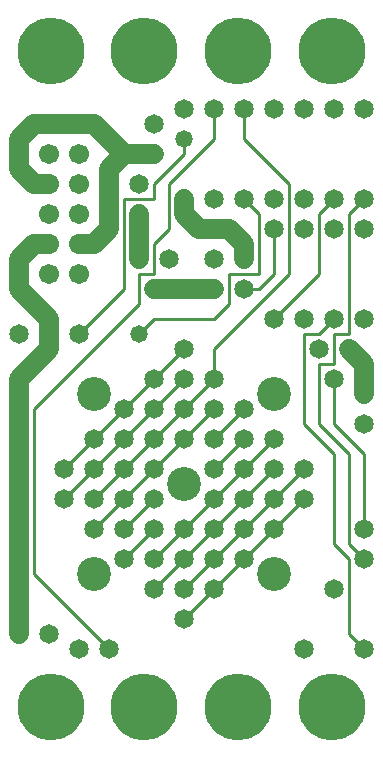
<source format=gtl>
%MOIN*%
%FSLAX25Y25*%
G04 D10 used for Character Trace; *
G04     Circle (OD=.01000) (No hole)*
G04 D11 used for Power Trace; *
G04     Circle (OD=.06500) (No hole)*
G04 D12 used for Signal Trace; *
G04     Circle (OD=.01100) (No hole)*
G04 D13 used for Via; *
G04     Circle (OD=.05800) (Round. Hole ID=.02800)*
G04 D14 used for Component hole; *
G04     Circle (OD=.06500) (Round. Hole ID=.03500)*
G04 D15 used for Component hole; *
G04     Circle (OD=.06700) (Round. Hole ID=.04300)*
G04 D16 used for Component hole; *
G04     Circle (OD=.08100) (Round. Hole ID=.05100)*
G04 D17 used for Component hole; *
G04     Circle (OD=.08900) (Round. Hole ID=.05900)*
G04 D18 used for Component hole; *
G04     Circle (OD=.11300) (Round. Hole ID=.08300)*
G04 D19 used for Component hole; *
G04     Circle (OD=.16000) (Round. Hole ID=.13000)*
G04 D20 used for Component hole; *
G04     Circle (OD=.18300) (Round. Hole ID=.15300)*
G04 D21 used for Component hole; *
G04     Circle (OD=.22291) (Round. Hole ID=.19291)*
%ADD10C,.01000*%
%ADD11C,.06500*%
%ADD12C,.01100*%
%ADD13C,.05800*%
%ADD14C,.06500*%
%ADD15C,.06700*%
%ADD16C,.08100*%
%ADD17C,.08900*%
%ADD18C,.11300*%
%ADD19C,.16000*%
%ADD20C,.18300*%
%ADD21C,.22291*%
%IPPOS*%
%LPD*%
G90*X0Y0D02*D21*X15625Y15625D03*D14*              
X35000Y35000D03*D12*X10000Y60000D01*Y115000D01*   
X45000Y150000D01*Y160000D01*X50000D01*Y170000D01* 
X55000Y175000D01*Y190000D01*X70000Y205000D01*     
Y215000D01*D14*D03*D12*X95000Y190000D02*          
X80000Y205000D01*X95000Y160000D02*Y190000D01*     
X70000Y135000D02*X95000Y160000D01*                
X70000Y125000D02*Y135000D01*D14*Y125000D03*D12*   
X60000Y115000D01*D14*D03*D12*X50000Y105000D01*D14*
D03*D12*X40000Y95000D01*D14*D03*D12*              
X30000Y85000D01*D14*D03*X40000Y75000D03*D12*      
X50000Y85000D01*D14*D03*X60000Y75000D03*D12*      
X50000Y65000D01*D14*D03*X60000Y55000D03*D12*      
X70000Y65000D01*D14*D03*D12*X80000Y75000D01*D14*  
D03*D12*X90000Y85000D01*D14*D03*D12*              
X100000Y95000D01*D14*D03*X90000Y105000D03*D12*    
X80000Y95000D01*D14*D03*D12*X70000Y85000D01*D14*  
D03*D12*X60000Y75000D01*D14*X70000D03*D12*        
X60000Y65000D01*D14*D03*D12*X50000Y55000D01*D14*  
D03*X60000Y45000D03*D12*X70000Y55000D01*D14*D03*  
D12*X80000Y65000D01*D14*D03*D12*X90000Y75000D01*  
D14*D03*D12*X100000Y85000D01*D14*D03*             
X90000Y95000D03*D12*X80000Y85000D01*D14*D03*D12*  
X70000Y75000D01*D18*X60000Y90000D03*D14*          
X50000Y95000D03*D12*X40000Y85000D01*D14*D03*D12*  
X30000Y75000D01*D14*D03*X40000Y65000D03*D12*      
X50000Y75000D01*D14*D03*X70000Y95000D03*D12*      
X80000Y105000D01*D14*D03*X70000Y115000D03*D12*    
X60000Y105000D01*D14*D03*D12*X50000Y95000D01*D14* 
X40000Y105000D03*D12*X30000Y95000D01*D14*D03*D12* 
X20000Y85000D01*D14*D03*Y95000D03*D12*            
X30000Y105000D01*D14*D03*D12*X40000Y115000D01*D14*
D03*D12*X50000Y125000D01*D14*D03*D12*             
X60000Y135000D01*D14*D03*D12*X50000Y145000D02*    
X70000D01*X45000Y140000D02*X50000Y145000D01*D13*  
X45000Y140000D03*D14*X60000Y125000D03*D12*        
X50000Y115000D01*D14*D03*D12*X40000Y105000D01*D18*
X30000Y120000D03*D14*X70000Y105000D03*D12*        
X80000Y115000D01*D14*D03*D18*X90000Y120000D03*D12*
X110000Y100000D02*X100000Y110000D01*              
X110000Y70000D02*Y100000D01*X115000Y65000D02*     
X110000Y70000D01*X115000Y40000D02*Y65000D01*      
X120000Y35000D02*X115000Y40000D01*D14*            
X120000Y35000D03*D21*X109375Y15625D03*D14*        
X100000Y35000D03*X110000Y55000D03*D18*            
X90000Y60000D03*D14*X120000Y65000D03*D12*         
X115000Y70000D01*Y100000D01*X105000Y110000D01*    
Y130000D01*X110000D01*Y140000D01*X115000D01*      
Y180000D01*X120000Y185000D01*D14*D03*             
X110000Y175000D03*Y185000D03*D12*                 
X105000Y180000D01*Y160000D01*X90000Y145000D01*D14*
D03*X80000Y155000D03*D12*X85000D01*               
X90000Y160000D01*Y175000D01*D14*D03*D12*          
X85000Y160000D02*Y180000D01*X75000Y160000D02*     
X85000D01*X75000Y150000D02*Y160000D01*            
X70000Y145000D02*X75000Y150000D01*D14*            
X70000Y155000D03*D11*X50000D01*D14*D03*           
X55000Y165000D03*D12*X25000Y140000D02*            
X40000Y155000D01*D14*X25000Y140000D03*D11*        
X15000D02*Y145000D01*D14*Y140000D03*D11*          
Y135000D01*X5000Y125000D01*Y85000D01*D13*D03*D11* 
Y40000D01*D14*D03*X15000D03*X25000Y35000D03*D18*  
X30000Y60000D03*D21*X46875Y15625D03*X78125D03*D12*
X100000Y110000D02*Y140000D01*X105000D01*          
X110000Y145000D01*D14*D03*X105000Y135000D03*      
X120000Y145000D03*X100000D03*X115000Y135000D03*   
D11*X120000Y130000D01*Y120000D01*D14*D03*D12*     
Y100000D02*X110000Y110000D01*X120000Y75000D02*    
Y100000D01*D14*Y75000D03*Y110000D03*D12*          
X110000D02*Y125000D01*D14*D03*X70000Y165000D03*   
X80000D03*D11*Y170000D01*X75000Y175000D01*        
X65000D01*X60000Y180000D01*Y185000D01*D14*D03*D12*
X50000D02*Y190000D01*X40000Y185000D02*X50000D01*  
X40000Y155000D02*Y185000D01*D14*X45000Y165000D03* 
D11*Y180000D01*D14*D03*D12*X50000Y190000D02*      
X60000Y200000D01*Y205000D01*D13*D03*D14*          
X50000Y210000D03*X60000Y215000D03*                
X50000Y200000D03*D11*X40000D01*X35000Y195000D01*  
Y175000D01*X30000Y170000D01*X25000D01*D15*D03*    
X15000Y180000D03*Y160000D03*X25000Y180000D03*     
X15000Y170000D03*D11*X10000D01*X5000Y165000D01*   
Y155000D01*X15000Y145000D01*D14*X5000Y140000D03*  
D15*X25000Y160000D03*D14*X45000Y190000D03*D15*    
X25000D03*X15000D03*D11*X10000D01*X5000Y195000D01*
Y205000D01*X10000Y210000D01*X30000D01*            
X40000Y200000D01*D15*X25000D03*X15000D03*D14*     
X70000Y185000D03*D21*X46875Y234375D03*X15625D03*  
D14*X80000Y185000D03*D12*X85000Y180000D01*D14*    
X90000Y185000D03*X100000Y175000D03*Y185000D03*D12*
X80000Y205000D02*Y215000D01*D14*D03*X90000D03*    
X100000D03*D21*X78125Y234375D03*D14*              
X110000Y215000D03*D21*X109375Y234375D03*D14*      
X120000Y175000D03*Y215000D03*M02*                 

</source>
